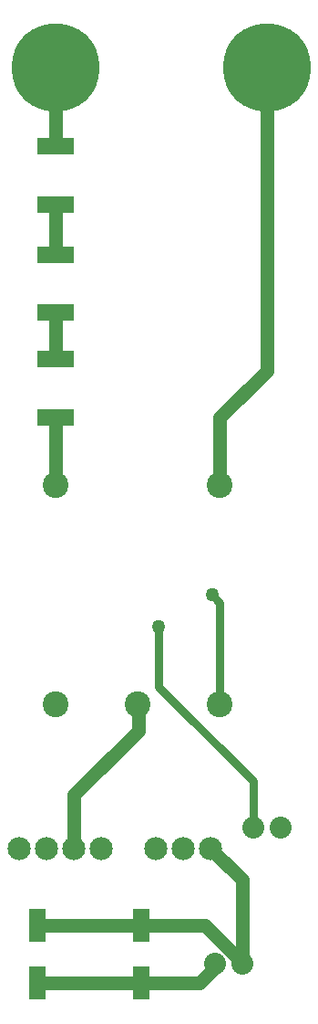
<source format=gtl>
G04*
G04 #@! TF.GenerationSoftware,Altium Limited,Altium Designer,18.1.6 (161)*
G04*
G04 Layer_Physical_Order=1*
G04 Layer_Color=255*
%FSLAX25Y25*%
%MOIN*%
G70*
G01*
G75*
%ADD13R,0.13780X0.06299*%
%ADD14R,0.06496X0.12205*%
%ADD22C,0.05000*%
%ADD23C,0.03000*%
%ADD24C,0.09449*%
%ADD25C,0.08000*%
%ADD26C,0.08465*%
%ADD27C,0.32126*%
%ADD28C,0.05000*%
D13*
X32992Y320079D02*
D03*
Y341339D02*
D03*
Y280709D02*
D03*
Y301969D02*
D03*
Y242402D02*
D03*
Y263661D02*
D03*
D14*
X64130Y57221D02*
D03*
Y36158D02*
D03*
X26130Y57221D02*
D03*
Y36158D02*
D03*
D22*
X92992Y217795D02*
Y242402D01*
X110236Y259646D01*
Y370079D01*
X32992Y217795D02*
Y242402D01*
Y263661D02*
Y280709D01*
Y301969D02*
Y320079D01*
Y341339D02*
Y370079D01*
X101130Y43189D02*
Y73689D01*
Y43122D02*
Y43189D01*
X26130Y57221D02*
X64130D01*
X89630Y85189D02*
X101130Y73689D01*
X64130Y57221D02*
X87705D01*
X98279Y46647D01*
X62992Y137795D02*
X63130Y137657D01*
Y128189D02*
Y137657D01*
X39630Y104689D02*
X63130Y128189D01*
X39630Y85189D02*
Y104689D01*
X32992Y217795D02*
X32992Y217795D01*
X26130Y36158D02*
X64130D01*
X85555D01*
X92520Y43122D01*
D23*
X105130Y92689D02*
Y109689D01*
X70630Y144189D02*
X105130Y109689D01*
X70630Y144189D02*
Y166189D01*
X90130Y177689D02*
X92992Y174827D01*
Y137795D02*
Y174827D01*
D24*
X32992Y137795D02*
D03*
X62992D02*
D03*
X92992D02*
D03*
Y217795D02*
D03*
X32992D02*
D03*
D25*
X105130Y92689D02*
D03*
X115130D02*
D03*
X101130Y43189D02*
D03*
X91130D02*
D03*
D26*
X19630Y85189D02*
D03*
X29630D02*
D03*
X39630D02*
D03*
X49630D02*
D03*
X69630D02*
D03*
X79630D02*
D03*
X89630D02*
D03*
D27*
X32992Y370079D02*
D03*
X110236D02*
D03*
D28*
X70630Y166189D02*
D03*
X90130Y177689D02*
D03*
X44630Y57189D02*
D03*
M02*

</source>
